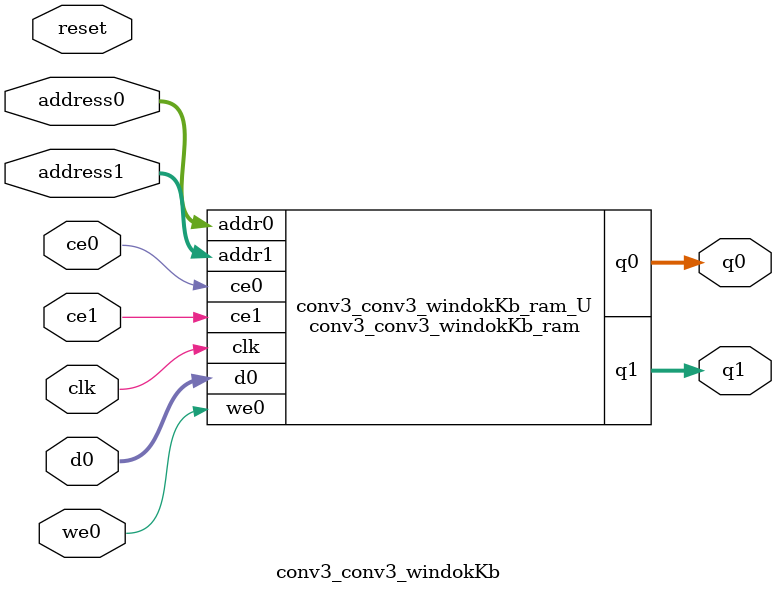
<source format=v>
`timescale 1 ns / 1 ps
module conv3_conv3_windokKb_ram (addr0, ce0, d0, we0, q0, addr1, ce1, q1,  clk);

parameter DWIDTH = 5;
parameter AWIDTH = 5;
parameter MEM_SIZE = 32;

input[AWIDTH-1:0] addr0;
input ce0;
input[DWIDTH-1:0] d0;
input we0;
output reg[DWIDTH-1:0] q0;
input[AWIDTH-1:0] addr1;
input ce1;
output reg[DWIDTH-1:0] q1;
input clk;

(* ram_style = "distributed" *)reg [DWIDTH-1:0] ram[0:MEM_SIZE-1];




always @(posedge clk)  
begin 
    if (ce0) begin
        if (we0) 
            ram[addr0] <= d0; 
        q0 <= ram[addr0];
    end
end


always @(posedge clk)  
begin 
    if (ce1) begin
        q1 <= ram[addr1];
    end
end


endmodule

`timescale 1 ns / 1 ps
module conv3_conv3_windokKb(
    reset,
    clk,
    address0,
    ce0,
    we0,
    d0,
    q0,
    address1,
    ce1,
    q1);

parameter DataWidth = 32'd5;
parameter AddressRange = 32'd32;
parameter AddressWidth = 32'd5;
input reset;
input clk;
input[AddressWidth - 1:0] address0;
input ce0;
input we0;
input[DataWidth - 1:0] d0;
output[DataWidth - 1:0] q0;
input[AddressWidth - 1:0] address1;
input ce1;
output[DataWidth - 1:0] q1;



conv3_conv3_windokKb_ram conv3_conv3_windokKb_ram_U(
    .clk( clk ),
    .addr0( address0 ),
    .ce0( ce0 ),
    .we0( we0 ),
    .d0( d0 ),
    .q0( q0 ),
    .addr1( address1 ),
    .ce1( ce1 ),
    .q1( q1 ));

endmodule


</source>
